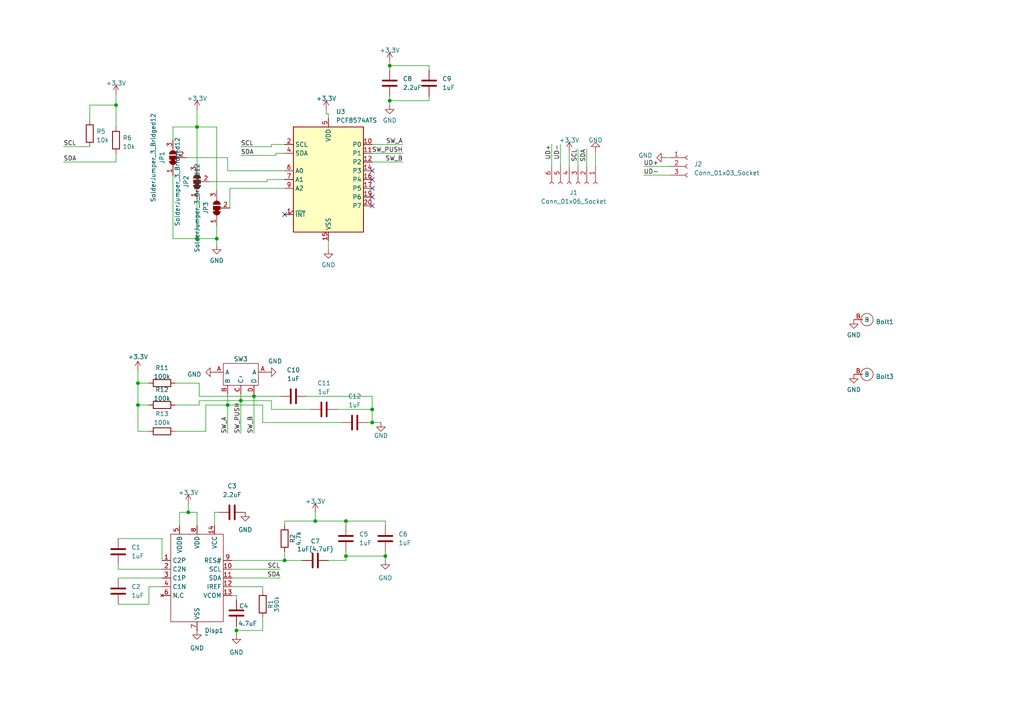
<source format=kicad_sch>
(kicad_sch (version 20231120) (generator "eeschema") (generator_version "8.0")
  (paper "A4")
  (title_block (date "2024-03-12") (rev "2.0"))
  (lib_symbols
    (symbol "0JIMMY:M3_Bolt"
      (property "Reference" "Bolt" (at 0 2.54 0))
      (symbol "M3_Bolt_0_1"
        (circle (center 0 0) (radius 1.7961))
      )
      (symbol "M3_Bolt_1_1"
        (pin input line (at -3.81 0 0) (length 2.54) (name "B") (number "B"))
      )
    )
    (symbol "CODED_SW:3Direction_5Pin"
      (property "Reference" "SW" (at 0 5.08 0))
      (symbol "3Direction_5Pin_0_1"
        (rectangle (start -5.08 3.81) (end 5.08 -2.54))
      )
      (symbol "3Direction_5Pin_1_1"
        (pin input line (at -7.62 1.27 0) (length 2.54) (name "A") (number "A"))
        (pin input line (at 7.62 1.27 180) (length 2.54) (name "A") (number "A"))
        (pin output line (at -3.81 -5.08 90) (length 2.54) (name "B") (number "B"))
        (pin output line (at 0 -5.08 90) (length 2.54) (name "C") (number "C"))
        (pin output line (at 3.81 -5.08 90) (length 2.54) (name "D") (number "D"))
      )
    )
    (symbol "Connector:Conn_01x03_Socket" (pin_names (offset 1.016) hide)
      (property "Reference" "J" (at 0 5.08 0))
      (property "Value" "Conn_01x03_Socket" (at 0 -5.08 0))
      (symbol "Conn_01x03_Socket_1_1"
        (arc (start 0 -2.032) (mid -0.5058 -2.54) (end 0 -3.048) (stroke (width 0.1524)))
        (polyline (pts (xy -1.27 -2.54) (xy -0.508 -2.54)) (stroke (width 0.1524)))
        (polyline (pts (xy -1.27 0) (xy -0.508 0)) (stroke (width 0.1524)))
        (polyline (pts (xy -1.27 2.54) (xy -0.508 2.54)) (stroke (width 0.1524)))
        (arc (start 0 0.508) (mid -0.5058 0) (end 0 -0.508) (stroke (width 0.1524)))
        (arc (start 0 3.048) (mid -0.5058 2.54) (end 0 2.032) (stroke (width 0.1524)))
        (pin passive line (at -5.08 2.54 0) (length 3.81) (name "Pin_1") (number "1"))
        (pin passive line (at -5.08 0 0) (length 3.81) (name "Pin_2") (number "2"))
        (pin passive line (at -5.08 -2.54 0) (length 3.81) (name "Pin_3") (number "3"))
      )
    )
    (symbol "Connector:Conn_01x06_Socket" (pin_names (offset 1.016) hide)
      (property "Reference" "J" (at 0 7.62 0))
      (property "Value" "Conn_01x06_Socket" (at 0 -10.16 0))
      (symbol "Conn_01x06_Socket_1_1"
        (arc (start 0 -7.112) (mid -0.5058 -7.62) (end 0 -8.128) (stroke (width 0.1524)))
        (arc (start 0 -4.572) (mid -0.5058 -5.08) (end 0 -5.588) (stroke (width 0.1524)))
        (arc (start 0 -2.032) (mid -0.5058 -2.54) (end 0 -3.048) (stroke (width 0.1524)))
        (polyline (pts (xy -1.27 -7.62) (xy -0.508 -7.62)) (stroke (width 0.1524)))
        (polyline (pts (xy -1.27 -5.08) (xy -0.508 -5.08)) (stroke (width 0.1524)))
        (polyline (pts (xy -1.27 -2.54) (xy -0.508 -2.54)) (stroke (width 0.1524)))
        (polyline (pts (xy -1.27 0) (xy -0.508 0)) (stroke (width 0.1524)))
        (polyline (pts (xy -1.27 2.54) (xy -0.508 2.54)) (stroke (width 0.1524)))
        (polyline (pts (xy -1.27 5.08) (xy -0.508 5.08)) (stroke (width 0.1524)))
        (arc (start 0 0.508) (mid -0.5058 0) (end 0 -0.508) (stroke (width 0.1524)))
        (arc (start 0 3.048) (mid -0.5058 2.54) (end 0 2.032) (stroke (width 0.1524)))
        (arc (start 0 5.588) (mid -0.5058 5.08) (end 0 4.572) (stroke (width 0.1524)))
        (pin passive line (at -5.08 5.08 0) (length 3.81) (name "Pin_1") (number "1"))
        (pin passive line (at -5.08 2.54 0) (length 3.81) (name "Pin_2") (number "2"))
        (pin passive line (at -5.08 0 0) (length 3.81) (name "Pin_3") (number "3"))
        (pin passive line (at -5.08 -2.54 0) (length 3.81) (name "Pin_4") (number "4"))
        (pin passive line (at -5.08 -5.08 0) (length 3.81) (name "Pin_5") (number "5"))
        (pin passive line (at -5.08 -7.62 0) (length 3.81) (name "Pin_6") (number "6"))
      )
    )
    (symbol "Device:C" (pin_numbers hide) (pin_names (offset 0.254))
      (property "Reference" "C" (at 0.635 2.54 0))
      (property "Value" "C" (at 0.635 -2.54 0))
      (symbol "C_0_1"
        (polyline (pts (xy -2.032 -0.762) (xy 2.032 -0.762)) (stroke (width 0.508)))
        (polyline (pts (xy -2.032 0.762) (xy 2.032 0.762)) (stroke (width 0.508)))
      )
      (symbol "C_1_1"
        (pin passive line (at 0 3.81 270) (length 2.794) (name "~") (number "1"))
        (pin passive line (at 0 -3.81 90) (length 2.794) (name "~") (number "2"))
      )
    )
    (symbol "Device:R" (pin_numbers hide) (pin_names (offset 0))
      (property "Reference" "R" (at 2.032 0 90))
      (property "Value" "R" (at 0 0 90))
      (symbol "R_0_1"
        (rectangle (start -1.016 -2.54) (end 1.016 2.54) (stroke (width 0.254)))
      )
      (symbol "R_1_1"
        (pin passive line (at 0 3.81 270) (length 1.27) (name "~") (number "1"))
        (pin passive line (at 0 -3.81 90) (length 1.27) (name "~") (number "2"))
      )
    )
    (symbol "GND_1" (power) (pin_numbers hide) (pin_names (offset 0) hide)
      (property "Value" "GND" (at 0 -3.81 0))
      (symbol "GND_1_0_1"
        (polyline (pts (xy 0 0) (xy 0 -1.27) (xy 1.27 -1.27) (xy 0 -2.54) (xy -1.27 -1.27) (xy 0 -1.27)))
      )
      (symbol "GND_1_1_1"
        (pin power_in line (at 0 0 270) (length 0) (name "~") (number "1"))
      )
    )
    (symbol "Interface_Expansion:PCF8574ATS"
      (property "Reference" "U" (at -8.89 16.51 0))
      (property "Value" "PCF8574ATS" (at 3.81 16.51 0))
      (symbol "PCF8574ATS_0_1"
        (rectangle (start -10.16 15.24) (end 10.16 -15.24) (stroke (width 0.254)) (fill (type background)))
      )
      (symbol "PCF8574ATS_1_1"
        (pin open_collector output_low (at -12.7 -10.16 0) (length 2.54) (name "~{INT}") (number "1"))
        (pin bidirectional line (at 12.7 10.16 180) (length 2.54) (name "P0") (number "10"))
        (pin bidirectional line (at 12.7 7.62 180) (length 2.54) (name "P1") (number "11"))
        (pin bidirectional line (at 12.7 5.08 180) (length 2.54) (name "P2") (number "12"))
        (pin no_connect line (at -10.16 -5.08 0) (length 2.54) hide (name "NC") (number "13"))
        (pin bidirectional line (at 12.7 2.54 180) (length 2.54) (name "P3") (number "14"))
        (pin power_in line (at 0 -17.78 90) (length 2.54) (name "VSS") (number "15"))
        (pin bidirectional line (at 12.7 0 180) (length 2.54) (name "P4") (number "16"))
        (pin bidirectional line (at 12.7 -2.54 180) (length 2.54) (name "P5") (number "17"))
        (pin no_connect line (at -10.16 -7.62 0) (length 2.54) hide (name "NC") (number "18"))
        (pin bidirectional line (at 12.7 -5.08 180) (length 2.54) (name "P6") (number "19"))
        (pin input line (at -12.7 10.16 0) (length 2.54) (name "SCL") (number "2"))
        (pin bidirectional line (at 12.7 -7.62 180) (length 2.54) (name "P7") (number "20"))
        (pin no_connect line (at 10.16 -10.16 180) (length 2.54) hide (name "NC") (number "3"))
        (pin bidirectional line (at -12.7 7.62 0) (length 2.54) (name "SDA") (number "4"))
        (pin power_in line (at 0 17.78 270) (length 2.54) (name "VDD") (number "5"))
        (pin input line (at -12.7 2.54 0) (length 2.54) (name "A0") (number "6"))
        (pin input line (at -12.7 0 0) (length 2.54) (name "A1") (number "7"))
        (pin no_connect line (at 10.16 -12.7 180) (length 2.54) hide (name "NC") (number "8"))
        (pin input line (at -12.7 -2.54 0) (length 2.54) (name "A2") (number "9"))
      )
    )
    (symbol "Jumper:SolderJumper_3_Bridged12" (pin_names (offset 0) hide)
      (property "Reference" "JP" (at -2.54 -2.54 0))
      (property "Value" "SolderJumper_3_Bridged12" (at 0 2.794 0))
      (symbol "SolderJumper_3_Bridged12_0_1"
        (rectangle (start -1.016 0.508) (end -0.508 -0.508) (fill (type outline)))
        (arc (start -1.016 1.016) (mid -2.0276 0) (end -1.016 -1.016))
        (arc (start -1.016 1.016) (mid -2.0276 0) (end -1.016 -1.016) (fill (type outline)))
        (rectangle (start -0.508 1.016) (end 0.508 -1.016) (fill (type outline)))
        (polyline (pts (xy -2.54 0) (xy -2.032 0)))
        (polyline (pts (xy -1.016 1.016) (xy -1.016 -1.016)))
        (polyline (pts (xy 0 -1.27) (xy 0 -1.016)))
        (polyline (pts (xy 1.016 1.016) (xy 1.016 -1.016)))
        (polyline (pts (xy 2.54 0) (xy 2.032 0)))
        (arc (start 1.016 -1.016) (mid 2.0276 0) (end 1.016 1.016))
        (arc (start 1.016 -1.016) (mid 2.0276 0) (end 1.016 1.016) (fill (type outline)))
      )
      (symbol "SolderJumper_3_Bridged12_1_1"
        (pin passive line (at -5.08 0 0) (length 2.54) (name "A") (number "1"))
        (pin passive line (at 0 -3.81 90) (length 2.54) (name "C") (number "2"))
        (pin passive line (at 5.08 0 180) (length 2.54) (name "B") (number "3"))
      )
    )
    (symbol "KiCadLib:Oled_128_32_Raw"
      (property "Reference" "Disp" (at 4.826 -14.478 0))
      (symbol "Oled_128_32_Raw_0_1"
        (rectangle (start -7.62 12.7) (end 7.62 -12.7))
      )
      (symbol "Oled_128_32_Raw_1_1"
        (pin unspecified line (at -10.16 5.08 0) (length 2.54) (name "C2P") (number "1"))
        (pin unspecified line (at 10.16 2.54 180) (length 2.54) (name "SCL") (number "10"))
        (pin unspecified line (at 10.16 0 180) (length 2.54) (name "SDA") (number "11"))
        (pin output line (at 10.16 -2.54 180) (length 2.54) (name "IREF") (number "12"))
        (pin power_out line (at 10.16 -5.08 180) (length 2.54) (name "VCOM") (number "13"))
        (pin power_in line (at 5.08 15.24 270) (length 2.54) (name "VCC") (number "14"))
        (pin unspecified line (at -10.16 2.54 0) (length 2.54) (name "C2N") (number "2"))
        (pin unspecified line (at -10.16 0 0) (length 2.54) (name "C1P") (number "3"))
        (pin unspecified line (at -10.16 -2.54 0) (length 2.54) (name "C1N") (number "4"))
        (pin power_in line (at -5.08 15.24 270) (length 2.54) (name "VDDB") (number "5"))
        (pin no_connect line (at -10.16 -5.08 0) (length 2.54) (name "N.C") (number "6"))
        (pin power_in line (at 0 -15.24 90) (length 2.54) (name "VSS") (number "7"))
        (pin power_in line (at 0 15.24 270) (length 2.54) (name "VDD") (number "8"))
        (pin unspecified line (at 10.16 5.08 180) (length 2.54) (name "RES#") (number "9"))
      )
    )
    (symbol "power:+3.3V" (power) (pin_names (offset 0))
      (property "Value" "+3.3V" (at 0 3.556 0))
      (symbol "+3.3V_0_1"
        (polyline (pts (xy -0.762 1.27) (xy 0 2.54)))
        (polyline (pts (xy 0 0) (xy 0 2.54)))
        (polyline (pts (xy 0 2.54) (xy 0.762 1.27)))
      )
      (symbol "+3.3V_1_1"
        (pin power_in line (at 0 0 90) (length 0) hide (name "+3.3V") (number "1"))
      )
    )
    (symbol "power:GND" (power) (pin_names (offset 0))
      (property "Value" "GND" (at 0 -3.81 0))
      (symbol "GND_0_1"
        (polyline (pts (xy 0 0) (xy 0 -1.27) (xy 1.27 -1.27) (xy 0 -2.54) (xy -1.27 -1.27) (xy 0 -1.27)))
      )
      (symbol "GND_1_1"
        (pin power_in line (at 0 0 270) (length 0) hide (name "GND") (number "1"))
      )
    )
  )
  (junction (at 100.33 151.13))
  (junction (at 40.005 117.475))
  (junction (at 57.15 69.215))
  (junction (at 82.55 162.56))
  (junction (at 33.655 30.48))
  (junction (at 91.44 151.13))
  (junction (at 62.865 69.215))
  (junction (at 66.04 117.475))
  (junction (at 111.76 161.29))
  (junction (at 40.005 111.125))
  (junction (at 57.15 36.83))
  (junction (at 73.66 114.935))
  (junction (at 69.85 116.205))
  (junction (at 113.03 19.05))
  (junction (at 107.95 118.745))
  (junction (at 54.61 148.59))
  (junction (at 107.95 122.555))
  (junction (at 68.58 182.88))
  (junction (at 100.33 161.29))
  (junction (at 113.03 29.21))
  (no_connect (at 107.95 54.61))
  (no_connect (at 107.95 49.53))
  (no_connect (at 82.55 62.23))
  (no_connect (at 107.95 57.15))
  (no_connect (at 107.95 52.07))
  (no_connect (at 107.95 59.69))
  (wire (pts (xy 43.18 111.125) (xy 40.005 111.125)))
  (wire (pts (xy 40.005 111.125) (xy 40.005 107.315)))
  (wire (pts (xy 50.165 50.8) (xy 50.165 69.215)))
  (wire (pts (xy 113.03 20.32) (xy 113.03 19.05)))
  (wire (pts (xy 68.58 184.15) (xy 68.58 182.88)))
  (wire (pts (xy 43.18 125.095) (xy 40.005 125.095)))
  (wire (pts (xy 50.165 36.83) (xy 57.15 36.83)))
  (wire (pts (xy 124.46 20.32) (xy 124.46 19.05)))
  (wire (pts (xy 95.25 33.02) (xy 94.615 33.02)))
  (wire (pts (xy 57.15 69.215) (xy 62.865 69.215)))
  (wire (pts (xy 69.85 125.73) (xy 69.85 116.205)))
  (wire (pts (xy 162.56 41.91) (xy 162.56 48.26)))
  (wire (pts (xy 172.72 43.815) (xy 172.72 48.26)))
  (wire (pts (xy 78.74 118.745) (xy 78.74 116.205)))
  (wire (pts (xy 68.58 182.88) (xy 76.2 182.88)))
  (wire (pts (xy 91.44 148.59) (xy 91.44 151.13)))
  (wire (pts (xy 34.29 167.64) (xy 46.99 167.64)))
  (wire (pts (xy 110.49 122.555) (xy 107.95 122.555)))
  (wire (pts (xy 107.95 114.935) (xy 107.95 118.745)))
  (wire (pts (xy 67.31 162.56) (xy 82.55 162.56)))
  (wire (pts (xy 73.66 114.935) (xy 73.66 114.3)))
  (wire (pts (xy 95.25 33.02) (xy 95.25 34.29)))
  (wire (pts (xy 59.69 125.095) (xy 59.69 117.475)))
  (wire (pts (xy 46.99 156.21) (xy 34.29 156.21)))
  (wire (pts (xy 194.31 45.72) (xy 193.04 45.72)))
  (wire (pts (xy 78.74 41.91) (xy 78.74 42.545)))
  (wire (pts (xy 99.06 122.555) (xy 76.2 122.555)))
  (wire (pts (xy 82.55 152.4) (xy 82.55 151.13)))
  (wire (pts (xy 62.865 55.245) (xy 62.865 36.83)))
  (wire (pts (xy 76.2 170.18) (xy 76.2 171.45)))
  (wire (pts (xy 100.33 151.13) (xy 100.33 152.4)))
  (wire (pts (xy 40.005 117.475) (xy 40.005 111.125)))
  (wire (pts (xy 43.18 175.26) (xy 43.18 170.18)))
  (wire (pts (xy 62.865 69.215) (xy 62.865 71.12)))
  (wire (pts (xy 113.03 29.21) (xy 124.46 29.21)))
  (wire (pts (xy 57.15 148.59) (xy 54.61 148.59)))
  (wire (pts (xy 76.2 122.555) (xy 76.2 117.475)))
  (wire (pts (xy 78.74 116.205) (xy 69.85 116.205)))
  (wire (pts (xy 100.33 151.13) (xy 111.76 151.13)))
  (wire (pts (xy 33.655 36.83) (xy 33.655 30.48)))
  (wire (pts (xy 116.84 46.99) (xy 107.95 46.99)))
  (wire (pts (xy 57.785 111.125) (xy 57.785 114.935)))
  (wire (pts (xy 43.18 117.475) (xy 40.005 117.475)))
  (wire (pts (xy 107.95 122.555) (xy 106.68 122.555)))
  (wire (pts (xy 66.675 54.61) (xy 82.55 54.61)))
  (wire (pts (xy 100.33 160.02) (xy 100.33 161.29)))
  (wire (pts (xy 57.785 117.475) (xy 57.785 116.205)))
  (wire (pts (xy 116.84 41.91) (xy 107.95 41.91)))
  (wire (pts (xy 116.84 44.45) (xy 107.95 44.45)))
  (wire (pts (xy 50.8 125.095) (xy 59.69 125.095)))
  (wire (pts (xy 34.29 175.26) (xy 43.18 175.26)))
  (wire (pts (xy 91.44 151.13) (xy 100.33 151.13)))
  (wire (pts (xy 33.655 46.99) (xy 33.655 44.45)))
  (wire (pts (xy 90.17 118.745) (xy 78.74 118.745)))
  (wire (pts (xy 43.18 170.18) (xy 46.99 170.18)))
  (wire (pts (xy 62.23 148.59) (xy 63.5 148.59)))
  (wire (pts (xy 57.785 116.205) (xy 69.85 116.205)))
  (wire (pts (xy 78.74 42.545) (xy 69.85 42.545)))
  (wire (pts (xy 50.165 69.215) (xy 57.15 69.215)))
  (wire (pts (xy 160.02 41.91) (xy 160.02 48.26)))
  (wire (pts (xy 57.15 152.4) (xy 57.15 148.59)))
  (wire (pts (xy 68.58 172.72) (xy 68.58 173.99)))
  (wire (pts (xy 186.69 48.26) (xy 194.31 48.26)))
  (wire (pts (xy 82.55 162.56) (xy 82.55 160.02)))
  (wire (pts (xy 80.01 45.085) (xy 69.85 45.085)))
  (wire (pts (xy 80.01 44.45) (xy 82.55 44.45)))
  (wire (pts (xy 50.8 117.475) (xy 57.785 117.475)))
  (wire (pts (xy 167.64 43.18) (xy 167.64 48.26)))
  (wire (pts (xy 66.04 49.53) (xy 66.04 45.72)))
  (wire (pts (xy 97.79 118.745) (xy 107.95 118.745)))
  (wire (pts (xy 113.03 19.05) (xy 113.03 17.78)))
  (wire (pts (xy 46.99 162.56) (xy 46.99 156.21)))
  (wire (pts (xy 50.8 111.125) (xy 57.785 111.125)))
  (wire (pts (xy 100.33 161.29) (xy 111.76 161.29)))
  (wire (pts (xy 26.035 34.925) (xy 26.035 30.48)))
  (wire (pts (xy 113.03 19.05) (xy 124.46 19.05)))
  (wire (pts (xy 57.15 57.785) (xy 57.15 69.215)))
  (wire (pts (xy 82.55 162.56) (xy 87.63 162.56)))
  (wire (pts (xy 113.03 27.94) (xy 113.03 29.21)))
  (wire (pts (xy 66.04 114.3) (xy 66.04 117.475)))
  (wire (pts (xy 68.58 182.88) (xy 68.58 181.61)))
  (wire (pts (xy 78.74 41.91) (xy 82.55 41.91)))
  (wire (pts (xy 54.61 146.05) (xy 54.61 148.59)))
  (wire (pts (xy 67.31 165.1) (xy 81.28 165.1)))
  (wire (pts (xy 107.95 118.745) (xy 107.95 122.555)))
  (wire (pts (xy 62.865 65.405) (xy 62.865 69.215)))
  (wire (pts (xy 113.03 29.21) (xy 113.03 30.48)))
  (wire (pts (xy 77.47 52.07) (xy 82.55 52.07)))
  (wire (pts (xy 76.2 179.07) (xy 76.2 182.88)))
  (wire (pts (xy 111.76 161.29) (xy 111.76 162.56)))
  (wire (pts (xy 111.76 152.4) (xy 111.76 151.13)))
  (wire (pts (xy 50.165 40.64) (xy 50.165 36.83)))
  (wire (pts (xy 57.785 114.935) (xy 73.66 114.935)))
  (wire (pts (xy 46.99 165.1) (xy 34.29 165.1)))
  (wire (pts (xy 66.04 125.73) (xy 66.04 117.475)))
  (wire (pts (xy 33.655 27.305) (xy 33.655 30.48)))
  (wire (pts (xy 95.25 72.39) (xy 95.25 69.85)))
  (wire (pts (xy 73.66 114.935) (xy 81.28 114.935)))
  (wire (pts (xy 95.25 162.56) (xy 100.33 162.56)))
  (wire (pts (xy 40.005 125.095) (xy 40.005 117.475)))
  (wire (pts (xy 59.69 117.475) (xy 66.04 117.475)))
  (wire (pts (xy 67.31 170.18) (xy 76.2 170.18)))
  (wire (pts (xy 18.415 46.99) (xy 33.655 46.99)))
  (wire (pts (xy 77.47 52.07) (xy 77.47 52.705)))
  (wire (pts (xy 170.18 43.18) (xy 170.18 48.26)))
  (wire (pts (xy 67.31 167.64) (xy 81.28 167.64)))
  (wire (pts (xy 57.15 36.83) (xy 57.15 31.75)))
  (wire (pts (xy 82.55 151.13) (xy 91.44 151.13)))
  (wire (pts (xy 80.01 44.45) (xy 80.01 45.085)))
  (wire (pts (xy 18.415 42.545) (xy 26.035 42.545)))
  (wire (pts (xy 94.615 33.02) (xy 94.615 31.75)))
  (wire (pts (xy 186.69 50.8) (xy 194.31 50.8)))
  (wire (pts (xy 82.55 49.53) (xy 66.04 49.53)))
  (wire (pts (xy 100.33 162.56) (xy 100.33 161.29)))
  (wire (pts (xy 34.29 165.1) (xy 34.29 163.83)))
  (wire (pts (xy 52.07 148.59) (xy 54.61 148.59)))
  (wire (pts (xy 66.04 45.72) (xy 53.975 45.72)))
  (wire (pts (xy 62.865 36.83) (xy 57.15 36.83)))
  (wire (pts (xy 62.23 152.4) (xy 62.23 148.59)))
  (wire (pts (xy 73.66 125.73) (xy 73.66 114.935)))
  (wire (pts (xy 124.46 27.94) (xy 124.46 29.21)))
  (wire (pts (xy 165.1 43.815) (xy 165.1 48.26)))
  (wire (pts (xy 57.15 36.83) (xy 57.15 47.625)))
  (wire (pts (xy 52.07 152.4) (xy 52.07 148.59)))
  (wire (pts (xy 66.675 60.325) (xy 66.675 54.61)))
  (wire (pts (xy 69.85 116.205) (xy 69.85 114.3)))
  (wire (pts (xy 67.31 172.72) (xy 68.58 172.72)))
  (wire (pts (xy 111.76 160.02) (xy 111.76 161.29)))
  (wire (pts (xy 76.2 117.475) (xy 66.04 117.475)))
  (wire (pts (xy 88.9 114.935) (xy 107.95 114.935)))
  (wire (pts (xy 77.47 52.705) (xy 60.96 52.705)))
  (wire (pts (xy 26.035 30.48) (xy 33.655 30.48)))
  (label "UD-" (at 162.56 41.91 270))
  (label "SCL" (at 69.85 42.545 0))
  (label "UD-" (at 186.69 50.8 0))
  (label "SW_PUSH" (at 116.84 44.45 180))
  (label "SDA" (at 81.28 167.64 180))
  (label "SW_B" (at 73.66 125.73 90))
  (label "SCL" (at 81.28 165.1 180))
  (label "SDA" (at 18.415 46.99 0))
  (label "SW_B" (at 116.84 46.99 180))
  (label "UD+" (at 160.02 41.91 270))
  (label "SW_A" (at 116.84 41.91 180))
  (label "UD+" (at 186.69 48.26 0))
  (label "SDA" (at 69.85 45.085 0))
  (label "SDA" (at 170.18 43.18 270))
  (label "SCL" (at 167.64 43.18 270))
  (label "SW_A" (at 66.04 125.73 90))
  (label "SCL" (at 18.415 42.545 0))
  (label "SW_PUSH" (at 69.85 125.73 90))
  (symbol (lib_id "Device:C") (at 85.09 114.935 90) (unit 1)
    (property "Reference" "C10" (at 85.09 107.315 90))
    (property "Value" "1uF" (at 85.09 109.855 90))
    (property "Footprint" "Capacitor_SMD:C_0603_1608Metric_Pad1.08x0.95mm_HandSolder" (effects (hide yes)))
    (property "Description" "Unpolarized capacitor" (effects (hide yes)))
  )
  (symbol (lib_id "Device:C") (at 93.98 118.745 90) (unit 1)
    (property "Reference" "C11" (at 93.98 111.125 90))
    (property "Value" "1uF" (at 93.98 113.665 90))
    (property "Footprint" "Capacitor_SMD:C_0603_1608Metric_Pad1.08x0.95mm_HandSolder" (effects (hide yes)))
    (property "Description" "Unpolarized capacitor" (effects (hide yes)))
  )
  (symbol (lib_id "Device:C") (at 68.58 177.8 180) (unit 1)
    (property "Reference" "C4" (at 69.342 175.768 0) (effects (justify right)))
    (property "Value" "4.7uF" (at 69.088 180.848 0) (effects (justify right)))
    (property "Footprint" "Capacitor_SMD:C_0603_1608Metric_Pad1.08x0.95mm_HandSolder" (effects (hide yes)))
    (property "Description" "Unpolarized capacitor" (effects (hide yes)))
  )
  (symbol (lib_id "power:+3.3V") (at 94.615 31.75 0) (unit 1)
    (property "Reference" "#PWR01" (effects (hide yes)))
    (property "Value" "+3.3V" (at 94.615 28.575 0))
  )
  (symbol (lib_id "Device:C") (at 111.76 156.21 0) (unit 1)
    (property "Reference" "C6" (at 115.57 154.9399 0) (effects (justify left)))
    (property "Value" "1uF" (at 115.57 157.4799 0) (effects (justify left)))
    (property "Footprint" "Capacitor_SMD:C_0603_1608Metric_Pad1.08x0.95mm_HandSolder" (effects (hide yes)))
    (property "Description" "Unpolarized capacitor" (effects (hide yes)))
  )
  (symbol (lib_id "KiCadLib:Oled_128_32_Raw") (at 57.15 167.64 0) (unit 1)
    (property "Reference" "Disp1" (at 59.3441 182.88 0) (effects (justify left)))
    (property "Value" "~" (at 59.3441 184.15 0) (effects (justify left)))
    (property "Footprint" "KiCadLib:SSD1306_0.91_i2c" (effects (hide yes)))
  )
  (symbol (lib_id "Device:R") (at 33.655 40.64 180) (unit 1)
    (property "Reference" "R6" (at 35.56 40.005 0) (effects (justify right)))
    (property "Value" "10k" (at 35.56 42.545 0) (effects (justify right)))
    (property "Footprint" "Resistor_SMD:R_0805_2012Metric_Pad1.20x1.40mm_HandSolder" (effects (hide yes)))
  )
  (symbol (lib_id "Jumper:SolderJumper_3_Bridged12") (at 57.15 52.705 90) (unit 1)
    (property "Reference" "JP2" (at 53.975 52.705 0))
    (property "Value" "SolderJumper_3_Bridged12" (at 51.435 52.705 0))
    (property "Footprint" "Jumper:SolderJumper-3_P1.3mm_Bridged12_RoundedPad1.0x1.5mm_NumberLabels" (effects (hide yes)))
  )
  (symbol (lib_name "GND_1") (lib_id "power:GND") (at 111.76 162.56 0) (unit 1)
    (property "Reference" "#PWR018" (effects (hide yes)))
    (property "Value" "GND" (at 111.76 167.64 0))
    (property "Description" "Power symbol creates a global label with name \"GND\" , ground" (effects (hide yes)))
  )
  (symbol (lib_id "Connector:Conn_01x06_Socket") (at 167.64 53.34 270) (unit 1)
    (property "Reference" "J1" (at 166.37 55.88 90))
    (property "Value" "Conn_01x06_Socket" (at 166.37 58.42 90))
    (property "Footprint" "Connector_FFC-FPC:TE_84953-6_1x06-1MP_P1.0mm_Horizontal" (effects (hide yes)))
  )
  (symbol (lib_id "power:GND") (at 172.72 43.815 180) (unit 1)
    (property "Reference" "#PWR03" (effects (hide yes)))
    (property "Value" "GND" (at 172.72 40.64 0))
  )
  (symbol (lib_id "power:+3.3V") (at 113.03 17.78 0) (unit 1)
    (property "Reference" "#PWR019" (effects (hide yes)))
    (property "Value" "+3.3V" (at 113.03 14.605 0))
  )
  (symbol (lib_id "Device:C") (at 113.03 24.13 0) (unit 1)
    (property "Reference" "C8" (at 116.84 22.8599 0) (effects (justify left)))
    (property "Value" "2.2uF" (at 116.84 25.3999 0) (effects (justify left)))
    (property "Footprint" "Capacitor_SMD:C_0603_1608Metric_Pad1.08x0.95mm_HandSolder" (effects (hide yes)))
    (property "Description" "Unpolarized capacitor" (effects (hide yes)))
  )
  (symbol (lib_id "Device:R") (at 82.55 156.21 0) (unit 1)
    (property "Reference" "R2" (at 84.836 156.21 90))
    (property "Value" "4.7k" (at 86.614 156.21 90))
    (property "Footprint" "Resistor_SMD:R_0603_1608Metric_Pad0.98x0.95mm_HandSolder" (effects (hide yes)))
    (property "Description" "Resistor" (effects (hide yes)))
  )
  (symbol (lib_id "Device:C") (at 34.29 160.02 0) (unit 1)
    (property "Reference" "C1" (at 38.1 158.7499 0) (effects (justify left)))
    (property "Value" "1uF" (at 38.1 161.2899 0) (effects (justify left)))
    (property "Footprint" "Capacitor_SMD:C_0603_1608Metric_Pad1.08x0.95mm_HandSolder" (effects (hide yes)))
    (property "Description" "Unpolarized capacitor" (effects (hide yes)))
  )
  (symbol (lib_id "power:GND") (at 113.03 30.48 0) (unit 1)
    (property "Reference" "#PWR020" (effects (hide yes)))
    (property "Value" "GND" (at 113.03 34.925 0))
  )
  (symbol (lib_id "0JIMMY:M3_Bolt") (at 251.46 108.585 0) (unit 1)
    (property "Reference" "Bolt3" (at 254 109.22 0) (effects (justify left)))
    (property "Value" "~" (at 251.46 108.585 0))
    (property "Footprint" "0JIMMY:M3_Bolt" (effects (hide yes)))
  )
  (symbol (lib_id "Jumper:SolderJumper_3_Bridged12") (at 50.165 45.72 90) (unit 1)
    (property "Reference" "JP1" (at 46.99 45.72 0))
    (property "Value" "SolderJumper_3_Bridged12" (at 44.45 45.72 0))
    (property "Footprint" "Jumper:SolderJumper-3_P1.3mm_Bridged12_RoundedPad1.0x1.5mm_NumberLabels" (effects (hide yes)))
  )
  (symbol (lib_id "power:GND") (at 62.865 71.12 0) (unit 1)
    (property "Reference" "#PWR02" (effects (hide yes)))
    (property "Value" "GND" (at 62.865 75.565 0))
  )
  (symbol (lib_id "Device:R") (at 46.99 111.125 270) (unit 1)
    (property "Reference" "R11" (at 46.99 106.68 90))
    (property "Value" "100k" (at 46.99 109.22 90))
    (property "Footprint" "Resistor_SMD:R_0603_1608Metric_Pad0.98x0.95mm_HandSolder" (effects (hide yes)))
  )
  (symbol (lib_id "power:+3.3V") (at 40.005 107.315 0) (unit 1)
    (property "Reference" "#PWR012" (effects (hide yes)))
    (property "Value" "+3.3V" (at 40.005 103.505 0))
  )
  (symbol (lib_id "power:GND") (at 77.47 107.95 90) (unit 1)
    (property "Reference" "#PWR011" (effects (hide yes)))
    (property "Value" "GND" (at 77.724 104.775 90) (effects (justify right)))
  )
  (symbol (lib_id "Device:R") (at 46.99 117.475 270) (unit 1)
    (property "Reference" "R12" (at 46.99 113.03 90))
    (property "Value" "100k" (at 46.99 115.57 90))
    (property "Footprint" "Resistor_SMD:R_0603_1608Metric_Pad0.98x0.95mm_HandSolder" (effects (hide yes)))
  )
  (symbol (lib_id "power:GND") (at 62.23 107.95 270) (unit 1)
    (property "Reference" "#PWR07" (effects (hide yes)))
    (property "Value" "GND" (at 58.42 108.585 90) (effects (justify right)))
  )
  (symbol (lib_id "power:+3.3V") (at 91.44 148.59 0) (unit 1)
    (property "Reference" "#PWR017" (effects (hide yes)))
    (property "Value" "+3.3V" (at 91.44 145.415 0))
  )
  (symbol (lib_id "Device:R") (at 46.99 125.095 270) (unit 1)
    (property "Reference" "R13" (at 46.99 120.015 90))
    (property "Value" "100k" (at 46.99 122.555 90))
    (property "Footprint" "Resistor_SMD:R_0603_1608Metric_Pad0.98x0.95mm_HandSolder" (effects (hide yes)))
  )
  (symbol (lib_id "power:GND") (at 247.65 108.585 0) (unit 1)
    (property "Reference" "#PWR08" (effects (hide yes)))
    (property "Value" "GND" (at 247.65 113.03 0))
  )
  (symbol (lib_id "power:GND") (at 110.49 122.555 0) (unit 1)
    (property "Reference" "#PWR021" (effects (hide yes)))
    (property "Value" "GND" (at 110.49 126.365 0))
  )
  (symbol (lib_id "Device:C") (at 34.29 171.45 0) (unit 1)
    (property "Reference" "C2" (at 38.1 170.1799 0) (effects (justify left)))
    (property "Value" "1uF" (at 38.1 172.7199 0) (effects (justify left)))
    (property "Footprint" "Capacitor_SMD:C_0603_1608Metric_Pad1.08x0.95mm_HandSolder" (effects (hide yes)))
    (property "Description" "Unpolarized capacitor" (effects (hide yes)))
  )
  (symbol (lib_id "power:GND") (at 247.65 92.71 0) (unit 1)
    (property "Reference" "#PWR010" (effects (hide yes)))
    (property "Value" "GND" (at 247.65 97.155 0))
  )
  (symbol (lib_id "Device:C") (at 102.87 122.555 90) (unit 1)
    (property "Reference" "C12" (at 102.87 114.935 90))
    (property "Value" "1uF" (at 102.87 117.475 90))
    (property "Footprint" "Capacitor_SMD:C_0603_1608Metric_Pad1.08x0.95mm_HandSolder" (effects (hide yes)))
    (property "Description" "Unpolarized capacitor" (effects (hide yes)))
  )
  (symbol (lib_id "Device:R") (at 26.035 38.735 180) (unit 1)
    (property "Reference" "R5" (at 27.94 38.1 0) (effects (justify right)))
    (property "Value" "10k" (at 27.94 40.64 0) (effects (justify right)))
    (property "Footprint" "Resistor_SMD:R_0805_2012Metric_Pad1.20x1.40mm_HandSolder" (effects (hide yes)))
  )
  (symbol (lib_id "0JIMMY:M3_Bolt") (at 251.46 92.71 0) (unit 1)
    (property "Reference" "Bolt1" (at 254 93.345 0) (effects (justify left)))
    (property "Value" "~" (at 251.46 92.71 0))
    (property "Footprint" "0JIMMY:M3_Bolt" (effects (hide yes)))
  )
  (symbol (lib_id "Device:C") (at 124.46 24.13 0) (unit 1)
    (property "Reference" "C9" (at 128.27 22.8599 0) (effects (justify left)))
    (property "Value" "1uF" (at 128.27 25.3999 0) (effects (justify left)))
    (property "Footprint" "Capacitor_SMD:C_0603_1608Metric_Pad1.08x0.95mm_HandSolder" (effects (hide yes)))
    (property "Description" "Unpolarized capacitor" (effects (hide yes)))
  )
  (symbol (lib_name "GND_1") (lib_id "power:GND") (at 68.58 184.15 0) (unit 1)
    (property "Reference" "#PWR016" (effects (hide yes)))
    (property "Value" "GND" (at 68.58 189.23 0))
    (property "Description" "Power symbol creates a global label with name \"GND\" , ground" (effects (hide yes)))
  )
  (symbol (lib_id "Device:C") (at 91.44 162.56 90) (unit 1)
    (property "Reference" "C7" (at 91.44 156.972 90))
    (property "Value" "1uF(4.7uF)" (at 91.44 159.258 90))
    (property "Footprint" "Capacitor_SMD:C_0603_1608Metric_Pad1.08x0.95mm_HandSolder" (effects (hide yes)))
    (property "Description" "Unpolarized capacitor" (effects (hide yes)))
  )
  (symbol (lib_id "power:GND") (at 193.04 45.72 270) (mirror x) (unit 1)
    (property "Reference" "#PWR013" (effects (hide yes)))
    (property "Value" "GND" (at 189.23 45.085 90) (effects (justify right)))
  )
  (symbol (lib_id "power:+3.3V") (at 57.15 31.75 0) (unit 1)
    (property "Reference" "#PWR014" (effects (hide yes)))
    (property "Value" "+3.3V" (at 57.15 28.575 0))
  )
  (symbol (lib_name "GND_1") (lib_id "power:GND") (at 57.15 182.88 0) (unit 1)
    (property "Reference" "#PWR06" (effects (hide yes)))
    (property "Value" "GND" (at 57.15 187.96 0))
    (property "Description" "Power symbol creates a global label with name \"GND\" , ground" (effects (hide yes)))
  )
  (symbol (lib_id "Device:C") (at 100.33 156.21 0) (unit 1)
    (property "Reference" "C5" (at 104.14 154.9399 0) (effects (justify left)))
    (property "Value" "1uF" (at 104.14 157.4799 0) (effects (justify left)))
    (property "Footprint" "Capacitor_SMD:C_0603_1608Metric_Pad1.08x0.95mm_HandSolder" (effects (hide yes)))
    (property "Description" "Unpolarized capacitor" (effects (hide yes)))
  )
  (symbol (lib_id "Jumper:SolderJumper_3_Bridged12") (at 62.865 60.325 90) (unit 1)
    (property "Reference" "JP3" (at 59.69 60.325 0))
    (property "Value" "SolderJumper_3_Bridged12" (at 57.15 60.325 0))
    (property "Footprint" "Jumper:SolderJumper-3_P1.3mm_Bridged12_RoundedPad1.0x1.5mm_NumberLabels" (effects (hide yes)))
  )
  (symbol (lib_id "power:GND") (at 95.25 72.39 0) (unit 1)
    (property "Reference" "#PWR0102" (effects (hide yes)))
    (property "Value" "GND" (at 95.25 76.835 0))
  )
  (symbol (lib_id "power:+3.3V") (at 165.1 43.815 0) (unit 1)
    (property "Reference" "#PWR04" (effects (hide yes)))
    (property "Value" "+3.3V" (at 165.1 40.64 0))
  )
  (symbol (lib_id "Device:R") (at 76.2 175.26 0) (unit 1)
    (property "Reference" "R1" (at 78.486 175.26 90))
    (property "Value" "390k" (at 80.264 175.26 90))
    (property "Footprint" "Resistor_SMD:R_0603_1608Metric_Pad0.98x0.95mm_HandSolder" (effects (hide yes)))
    (property "Description" "Resistor" (effects (hide yes)))
  )
  (symbol (lib_id "Interface_Expansion:PCF8574ATS") (at 95.25 52.07 0) (unit 1)
    (property "Reference" "U3" (at 97.4441 32.385 0) (effects (justify left)))
    (property "Value" "PCF8574ATS" (at 97.4441 34.925 0) (effects (justify left)))
    (property "Footprint" "Package_SO:SSOP-20_4.4x6.5mm_P0.65mm" (effects (hide yes)))
    (property "Datasheet" "http://www.nxp.com/docs/en/data-sheet/PCF8574_PCF8574A.pdf" (effects (hide yes)))
  )
  (symbol (lib_id "power:+3.3V") (at 33.655 27.305 0) (unit 1)
    (property "Reference" "#PWR0104" (effects (hide yes)))
    (property "Value" "+3.3V" (at 33.655 24.13 0))
  )
  (symbol (lib_name "GND_1") (lib_id "power:GND") (at 71.12 148.59 0) (unit 1)
    (property "Reference" "#PWR015" (effects (hide yes)))
    (property "Value" "GND" (at 71.12 153.67 0))
    (property "Description" "Power symbol creates a global label with name \"GND\" , ground" (effects (hide yes)))
  )
  (symbol (lib_id "Device:C") (at 67.31 148.59 90) (unit 1)
    (property "Reference" "C3" (at 67.31 140.97 90))
    (property "Value" "2.2uF" (at 67.31 143.51 90))
    (property "Footprint" "Capacitor_SMD:C_0603_1608Metric_Pad1.08x0.95mm_HandSolder" (effects (hide yes)))
    (property "Description" "Unpolarized capacitor" (effects (hide yes)))
  )
  (symbol (lib_id "CODED_SW:3Direction_5Pin") (at 69.85 109.22 0) (unit 1)
    (property "Reference" "SW3" (at 69.85 104.14 0))
    (property "Value" "~" (at 69.85 109.22 0))
    (property "Footprint" "SW_CODED:Direction3 Pin5" (effects (hide yes)))
  )
  (symbol (lib_id "Connector:Conn_01x03_Socket") (at 199.39 48.26 0) (unit 1)
    (property "Reference" "J2" (at 201.295 47.625 0) (effects (justify left)))
    (property "Value" "Conn_01x03_Socket" (at 201.295 50.165 0) (effects (justify left)))
    (property "Footprint" "Connector_PinHeader_2.54mm:PinHeader_1x03_P2.54mm_Horizontal" (effects (hide yes)))
  )
  (symbol (lib_id "power:+3.3V") (at 54.61 146.05 0) (unit 1)
    (property "Reference" "#PWR05" (effects (hide yes)))
    (property "Value" "+3.3V" (at 54.61 142.875 0))
  )
)
</source>
